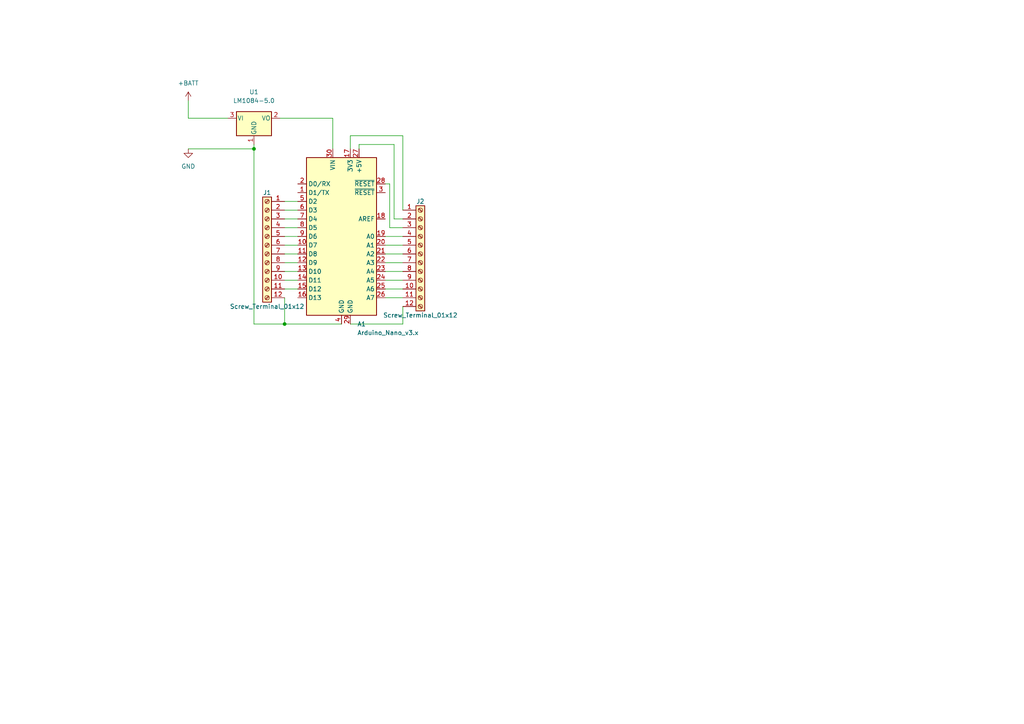
<source format=kicad_sch>
(kicad_sch (version 20211123) (generator eeschema)
  (paper "A4")
  (lib_symbols
    (symbol "Connector:Screw_Terminal_01x12" (pin_names (offset 1.016) hide)
      (property "Reference" "J" (at 0 15.24 0))
      (property "Value" "Screw_Terminal_01x12" (at 0 -17.78 0))
      (symbol "Screw_Terminal_01x12_1_1"
        (rectangle (start -1.27 13.97) (end 1.27 -16.51) (stroke (width 0.254)) (fill (type background)))
        (circle (center 0 -15.24) (radius 0.635) (stroke (width 0.1524)))
        (circle (center 0 -12.7) (radius 0.635) (stroke (width 0.1524)))
        (circle (center 0 -10.16) (radius 0.635) (stroke (width 0.1524)))
        (circle (center 0 -7.62) (radius 0.635) (stroke (width 0.1524)))
        (circle (center 0 -5.08) (radius 0.635) (stroke (width 0.1524)))
        (circle (center 0 -2.54) (radius 0.635) (stroke (width 0.1524)))
        (polyline (pts (xy -0.5334 -14.9098) (xy 0.3302 -15.748)) (stroke (width 0.1524)))
        (polyline (pts (xy -0.5334 -12.3698) (xy 0.3302 -13.208)) (stroke (width 0.1524)))
        (polyline (pts (xy -0.5334 -9.8298) (xy 0.3302 -10.668)) (stroke (width 0.1524)))
        (polyline (pts (xy -0.5334 -7.2898) (xy 0.3302 -8.128)) (stroke (width 0.1524)))
        (polyline (pts (xy -0.5334 -4.7498) (xy 0.3302 -5.588)) (stroke (width 0.1524)))
        (polyline (pts (xy -0.5334 -2.2098) (xy 0.3302 -3.048)) (stroke (width 0.1524)))
        (polyline (pts (xy -0.5334 0.3302) (xy 0.3302 -0.508)) (stroke (width 0.1524)))
        (polyline (pts (xy -0.5334 2.8702) (xy 0.3302 2.032)) (stroke (width 0.1524)))
        (polyline (pts (xy -0.5334 5.4102) (xy 0.3302 4.572)) (stroke (width 0.1524)))
        (polyline (pts (xy -0.5334 7.9502) (xy 0.3302 7.112)) (stroke (width 0.1524)))
        (polyline (pts (xy -0.5334 10.4902) (xy 0.3302 9.652)) (stroke (width 0.1524)))
        (polyline (pts (xy -0.5334 13.0302) (xy 0.3302 12.192)) (stroke (width 0.1524)))
        (polyline (pts (xy -0.3556 -14.732) (xy 0.508 -15.5702)) (stroke (width 0.1524)))
        (polyline (pts (xy -0.3556 -12.192) (xy 0.508 -13.0302)) (stroke (width 0.1524)))
        (polyline (pts (xy -0.3556 -9.652) (xy 0.508 -10.4902)) (stroke (width 0.1524)))
        (polyline (pts (xy -0.3556 -7.112) (xy 0.508 -7.9502)) (stroke (width 0.1524)))
        (polyline (pts (xy -0.3556 -4.572) (xy 0.508 -5.4102)) (stroke (width 0.1524)))
        (polyline (pts (xy -0.3556 -2.032) (xy 0.508 -2.8702)) (stroke (width 0.1524)))
        (polyline (pts (xy -0.3556 0.508) (xy 0.508 -0.3302)) (stroke (width 0.1524)))
        (polyline (pts (xy -0.3556 3.048) (xy 0.508 2.2098)) (stroke (width 0.1524)))
        (polyline (pts (xy -0.3556 5.588) (xy 0.508 4.7498)) (stroke (width 0.1524)))
        (polyline (pts (xy -0.3556 8.128) (xy 0.508 7.2898)) (stroke (width 0.1524)))
        (polyline (pts (xy -0.3556 10.668) (xy 0.508 9.8298)) (stroke (width 0.1524)))
        (polyline (pts (xy -0.3556 13.208) (xy 0.508 12.3698)) (stroke (width 0.1524)))
        (circle (center 0 0) (radius 0.635) (stroke (width 0.1524)))
        (circle (center 0 2.54) (radius 0.635) (stroke (width 0.1524)))
        (circle (center 0 5.08) (radius 0.635) (stroke (width 0.1524)))
        (circle (center 0 7.62) (radius 0.635) (stroke (width 0.1524)))
        (circle (center 0 10.16) (radius 0.635) (stroke (width 0.1524)))
        (circle (center 0 12.7) (radius 0.635) (stroke (width 0.1524)))
        (pin passive line (at -5.08 12.7 0) (length 3.81) (name "Pin_1") (number "1"))
        (pin passive line (at -5.08 -10.16 0) (length 3.81) (name "Pin_10") (number "10"))
        (pin passive line (at -5.08 -12.7 0) (length 3.81) (name "Pin_11") (number "11"))
        (pin passive line (at -5.08 -15.24 0) (length 3.81) (name "Pin_12") (number "12"))
        (pin passive line (at -5.08 10.16 0) (length 3.81) (name "Pin_2") (number "2"))
        (pin passive line (at -5.08 7.62 0) (length 3.81) (name "Pin_3") (number "3"))
        (pin passive line (at -5.08 5.08 0) (length 3.81) (name "Pin_4") (number "4"))
        (pin passive line (at -5.08 2.54 0) (length 3.81) (name "Pin_5") (number "5"))
        (pin passive line (at -5.08 0 0) (length 3.81) (name "Pin_6") (number "6"))
        (pin passive line (at -5.08 -2.54 0) (length 3.81) (name "Pin_7") (number "7"))
        (pin passive line (at -5.08 -5.08 0) (length 3.81) (name "Pin_8") (number "8"))
        (pin passive line (at -5.08 -7.62 0) (length 3.81) (name "Pin_9") (number "9"))
      )
    )
    (symbol "MCU_Module:Arduino_Nano_v3.x"
      (property "Reference" "A" (at -10.16 23.495 0))
      (property "Value" "Arduino_Nano_v3.x" (at 5.08 -24.13 0))
      (symbol "Arduino_Nano_v3.x_0_1"
        (rectangle (start -10.16 22.86) (end 10.16 -22.86) (stroke (width 0.254)) (fill (type background)))
      )
      (symbol "Arduino_Nano_v3.x_1_1"
        (pin bidirectional line (at -12.7 12.7 0) (length 2.54) (name "D1/TX") (number "1"))
        (pin bidirectional line (at -12.7 -2.54 0) (length 2.54) (name "D7") (number "10"))
        (pin bidirectional line (at -12.7 -5.08 0) (length 2.54) (name "D8") (number "11"))
        (pin bidirectional line (at -12.7 -7.62 0) (length 2.54) (name "D9") (number "12"))
        (pin bidirectional line (at -12.7 -10.16 0) (length 2.54) (name "D10") (number "13"))
        (pin bidirectional line (at -12.7 -12.7 0) (length 2.54) (name "D11") (number "14"))
        (pin bidirectional line (at -12.7 -15.24 0) (length 2.54) (name "D12") (number "15"))
        (pin bidirectional line (at -12.7 -17.78 0) (length 2.54) (name "D13") (number "16"))
        (pin power_out line (at 2.54 25.4 270) (length 2.54) (name "3V3") (number "17"))
        (pin input line (at 12.7 5.08 180) (length 2.54) (name "AREF") (number "18"))
        (pin bidirectional line (at 12.7 0 180) (length 2.54) (name "A0") (number "19"))
        (pin bidirectional line (at -12.7 15.24 0) (length 2.54) (name "D0/RX") (number "2"))
        (pin bidirectional line (at 12.7 -2.54 180) (length 2.54) (name "A1") (number "20"))
        (pin bidirectional line (at 12.7 -5.08 180) (length 2.54) (name "A2") (number "21"))
        (pin bidirectional line (at 12.7 -7.62 180) (length 2.54) (name "A3") (number "22"))
        (pin bidirectional line (at 12.7 -10.16 180) (length 2.54) (name "A4") (number "23"))
        (pin bidirectional line (at 12.7 -12.7 180) (length 2.54) (name "A5") (number "24"))
        (pin bidirectional line (at 12.7 -15.24 180) (length 2.54) (name "A6") (number "25"))
        (pin bidirectional line (at 12.7 -17.78 180) (length 2.54) (name "A7") (number "26"))
        (pin power_out line (at 5.08 25.4 270) (length 2.54) (name "+5V") (number "27"))
        (pin input line (at 12.7 15.24 180) (length 2.54) (name "~{RESET}") (number "28"))
        (pin power_in line (at 2.54 -25.4 90) (length 2.54) (name "GND") (number "29"))
        (pin input line (at 12.7 12.7 180) (length 2.54) (name "~{RESET}") (number "3"))
        (pin power_in line (at -2.54 25.4 270) (length 2.54) (name "VIN") (number "30"))
        (pin power_in line (at 0 -25.4 90) (length 2.54) (name "GND") (number "4"))
        (pin bidirectional line (at -12.7 10.16 0) (length 2.54) (name "D2") (number "5"))
        (pin bidirectional line (at -12.7 7.62 0) (length 2.54) (name "D3") (number "6"))
        (pin bidirectional line (at -12.7 5.08 0) (length 2.54) (name "D4") (number "7"))
        (pin bidirectional line (at -12.7 2.54 0) (length 2.54) (name "D5") (number "8"))
        (pin bidirectional line (at -12.7 0 0) (length 2.54) (name "D6") (number "9"))
      )
    )
    (symbol "Regulator_Linear:LM1084-5.0" (pin_names (offset 0.254))
      (property "Reference" "U" (at -3.81 3.175 0))
      (property "Value" "LM1084-5.0" (at 0 3.175 0))
      (symbol "LM1084-5.0_0_1"
        (rectangle (start -5.08 1.905) (end 5.08 -5.08) (stroke (width 0.254)) (fill (type background)))
      )
      (symbol "LM1084-5.0_1_1"
        (pin power_in line (at 0 -7.62 90) (length 2.54) (name "GND") (number "1"))
        (pin power_out line (at 7.62 0 180) (length 2.54) (name "VO") (number "2"))
        (pin power_in line (at -7.62 0 0) (length 2.54) (name "VI") (number "3"))
      )
    )
    (symbol "power:+BATT" (power) (pin_names (offset 0))
      (property "Value" "+BATT" (at 0 3.556 0))
      (symbol "+BATT_0_1"
        (polyline (pts (xy -0.762 1.27) (xy 0 2.54)))
        (polyline (pts (xy 0 0) (xy 0 2.54)))
        (polyline (pts (xy 0 2.54) (xy 0.762 1.27)))
      )
      (symbol "+BATT_1_1"
        (pin power_in line (at 0 0 90) (length 0) hide (name "+BATT") (number "1"))
      )
    )
    (symbol "power:GND" (power) (pin_names (offset 0))
      (property "Value" "GND" (at 0 -3.81 0))
      (symbol "GND_0_1"
        (polyline (pts (xy 0 0) (xy 0 -1.27) (xy 1.27 -1.27) (xy 0 -2.54) (xy -1.27 -1.27) (xy 0 -1.27)))
      )
      (symbol "GND_1_1"
        (pin power_in line (at 0 0 270) (length 0) hide (name "GND") (number "1"))
      )
    )
  )
  (junction (at 73.66 43.18))
  (junction (at 82.55 93.98))
  (wire (pts (xy 111.76 73.66) (xy 116.84 73.66)))
  (wire (pts (xy 82.55 83.82) (xy 86.36 83.82)))
  (wire (pts (xy 82.55 63.5) (xy 86.36 63.5)))
  (wire (pts (xy 82.55 86.36) (xy 82.55 93.98)))
  (wire (pts (xy 104.14 41.91) (xy 114.3 41.91)))
  (wire (pts (xy 114.3 63.5) (xy 116.84 63.5)))
  (wire (pts (xy 113.03 66.04) (xy 113.03 53.34)))
  (wire (pts (xy 82.55 60.96) (xy 86.36 60.96)))
  (wire (pts (xy 116.84 60.96) (xy 116.84 39.37)))
  (wire (pts (xy 73.66 43.18) (xy 73.66 41.91)))
  (wire (pts (xy 81.28 34.29) (xy 96.52 34.29)))
  (wire (pts (xy 82.55 81.28) (xy 86.36 81.28)))
  (wire (pts (xy 101.6 93.98) (xy 116.84 93.98)))
  (wire (pts (xy 82.55 78.74) (xy 86.36 78.74)))
  (wire (pts (xy 111.76 81.28) (xy 116.84 81.28)))
  (wire (pts (xy 111.76 86.36) (xy 116.84 86.36)))
  (wire (pts (xy 111.76 78.74) (xy 116.84 78.74)))
  (wire (pts (xy 101.6 39.37) (xy 101.6 43.18)))
  (wire (pts (xy 116.84 39.37) (xy 101.6 39.37)))
  (wire (pts (xy 111.76 83.82) (xy 116.84 83.82)))
  (wire (pts (xy 111.76 68.58) (xy 116.84 68.58)))
  (wire (pts (xy 116.84 93.98) (xy 116.84 88.9)))
  (wire (pts (xy 82.55 73.66) (xy 86.36 73.66)))
  (wire (pts (xy 113.03 53.34) (xy 111.76 53.34)))
  (wire (pts (xy 54.61 34.29) (xy 66.04 34.29)))
  (wire (pts (xy 54.61 29.21) (xy 54.61 34.29)))
  (wire (pts (xy 82.55 76.2) (xy 86.36 76.2)))
  (wire (pts (xy 82.55 68.58) (xy 86.36 68.58)))
  (wire (pts (xy 73.66 93.98) (xy 73.66 43.18)))
  (wire (pts (xy 111.76 76.2) (xy 116.84 76.2)))
  (wire (pts (xy 82.55 66.04) (xy 86.36 66.04)))
  (wire (pts (xy 82.55 71.12) (xy 86.36 71.12)))
  (wire (pts (xy 54.61 43.18) (xy 73.66 43.18)))
  (wire (pts (xy 104.14 43.18) (xy 104.14 41.91)))
  (wire (pts (xy 82.55 58.42) (xy 86.36 58.42)))
  (wire (pts (xy 99.06 93.98) (xy 82.55 93.98)))
  (wire (pts (xy 82.55 93.98) (xy 73.66 93.98)))
  (wire (pts (xy 111.76 71.12) (xy 116.84 71.12)))
  (wire (pts (xy 96.52 34.29) (xy 96.52 43.18)))
  (wire (pts (xy 116.84 66.04) (xy 113.03 66.04)))
  (wire (pts (xy 114.3 41.91) (xy 114.3 63.5)))
  (symbol (lib_id "MCU_Module:Arduino_Nano_v3.x") (at 99.06 68.58 0) (unit 1)
    (property "Reference" "A1" (at 103.6194 93.98 0) (effects (justify left)))
    (property "Value" "Arduino_Nano_v3.x" (at 103.6194 96.52 0) (effects (justify left)))
    (property "Footprint" "Module:Arduino_Nano" (effects hide))
    (property "Datasheet" "http://www.mouser.com/pdfdocs/Gravitech_Arduino_Nano3_0.pdf" (effects hide))
  )
  (symbol (lib_id "power:GND") (at 54.61 43.18 0) (unit 1)
    (property "Reference" "#PWR0102" (effects hide))
    (property "Value" "GND" (at 54.61 48.26 0))
  )
  (symbol (lib_id "Connector:Screw_Terminal_01x12") (at 121.92 73.66 0) (unit 1)
    (property "Reference" "J2" (at 121.92 58.42 0))
    (property "Value" "Screw_Terminal_01x12" (at 121.92 91.44 0))
    (property "Footprint" "TerminalBlock_4Ucon:TerminalBlock_4Ucon_1x12_P3.50mm_Horizontal" (effects hide))
  )
  (symbol (lib_id "power:+BATT") (at 54.61 29.21 0) (unit 1)
    (property "Reference" "#PWR0101" (effects hide))
    (property "Value" "+BATT" (at 54.61 24.13 0))
  )
  (symbol (lib_id "Regulator_Linear:LM1084-5.0") (at 73.66 34.29 0) (unit 1)
    (property "Reference" "U1" (at 73.66 26.67 0))
    (property "Value" "LM1084-5.0" (at 73.66 29.21 0))
    (property "Footprint" "Package_TO_SOT_THT:TO-220F-3_Horizontal_TabDown" (effects hide))
    (property "Datasheet" "http://www.ti.com/lit/ds/symlink/lm1084.pdf" (effects hide))
  )
  (symbol (lib_id "Connector:Screw_Terminal_01x12") (at 77.47 71.12 0) (mirror y) (unit 1)
    (property "Reference" "J1" (at 77.47 55.88 0))
    (property "Value" "Screw_Terminal_01x12" (at 77.47 88.9 0))
    (property "Footprint" "TerminalBlock_4Ucon:TerminalBlock_4Ucon_1x12_P3.50mm_Horizontal" (effects hide))
  )
)
</source>
